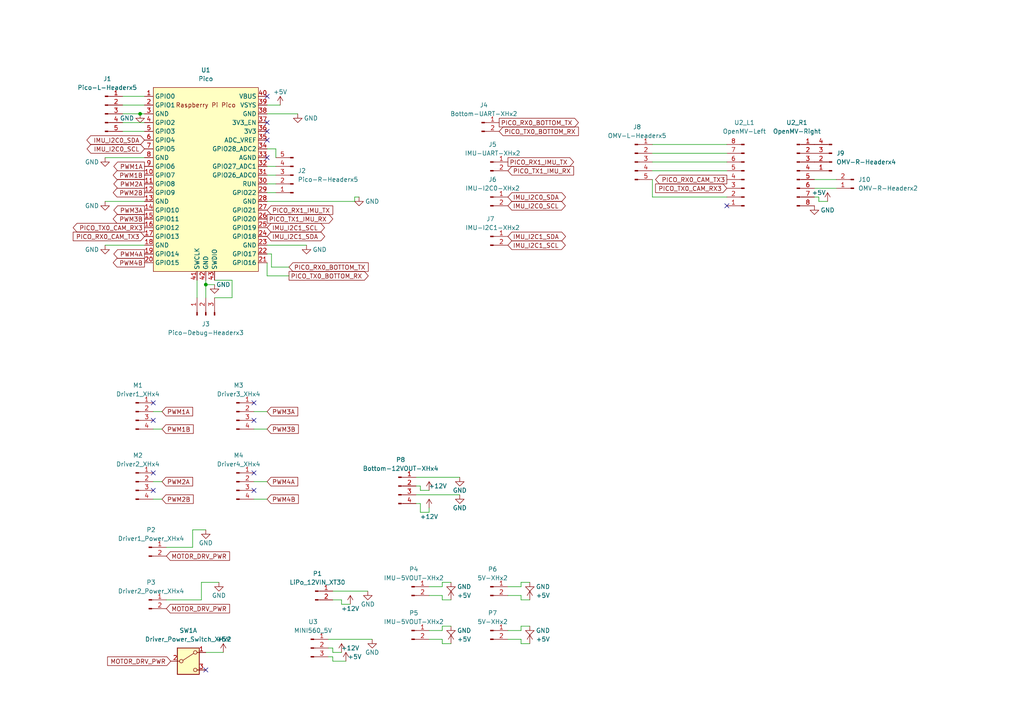
<source format=kicad_sch>
(kicad_sch (version 20230121) (generator eeschema)
  (paper "A4")
  (lib_symbols
    (symbol "Connector:Conn_01x02_Pin" (pin_names (offset 1.016) hide)
      (property "Reference" "J" (at 0 2.54 0))
      (property "Value" "Conn_01x02_Pin" (at 0 -5.08 0))
      (symbol "Conn_01x02_Pin_1_1"
        (polyline (pts (xy 1.27 -2.54) (xy 0.8636 -2.54)) (stroke (width 0.1524)))
        (polyline (pts (xy 1.27 0) (xy 0.8636 0)) (stroke (width 0.1524)))
        (rectangle (start 0.8636 -2.413) (end 0 -2.667) (stroke (width 0.1524)) (fill (type outline)))
        (rectangle (start 0.8636 0.127) (end 0 -0.127) (stroke (width 0.1524)) (fill (type outline)))
        (pin passive line (at 5.08 0 180) (length 3.81) (name "Pin_1") (number "1"))
        (pin passive line (at 5.08 -2.54 180) (length 3.81) (name "Pin_2") (number "2"))
      )
    )
    (symbol "Connector:Conn_01x03_Pin" (pin_names (offset 1.016) hide)
      (property "Reference" "J" (at 0 5.08 0))
      (property "Value" "Conn_01x03_Pin" (at 0 -5.08 0))
      (symbol "Conn_01x03_Pin_1_1"
        (polyline (pts (xy 1.27 -2.54) (xy 0.8636 -2.54)) (stroke (width 0.1524)))
        (polyline (pts (xy 1.27 0) (xy 0.8636 0)) (stroke (width 0.1524)))
        (polyline (pts (xy 1.27 2.54) (xy 0.8636 2.54)) (stroke (width 0.1524)))
        (rectangle (start 0.8636 -2.413) (end 0 -2.667) (stroke (width 0.1524)) (fill (type outline)))
        (rectangle (start 0.8636 0.127) (end 0 -0.127) (stroke (width 0.1524)) (fill (type outline)))
        (rectangle (start 0.8636 2.667) (end 0 2.413) (stroke (width 0.1524)) (fill (type outline)))
        (pin passive line (at 5.08 2.54 180) (length 3.81) (name "Pin_1") (number "1"))
        (pin passive line (at 5.08 0 180) (length 3.81) (name "Pin_2") (number "2"))
        (pin passive line (at 5.08 -2.54 180) (length 3.81) (name "Pin_3") (number "3"))
      )
    )
    (symbol "Connector:Conn_01x04_Pin" (pin_names (offset 1.016) hide)
      (property "Reference" "J" (at 0 5.08 0))
      (property "Value" "Conn_01x04_Pin" (at 0 -7.62 0))
      (symbol "Conn_01x04_Pin_1_1"
        (polyline (pts (xy 1.27 -5.08) (xy 0.8636 -5.08)) (stroke (width 0.1524)))
        (polyline (pts (xy 1.27 -2.54) (xy 0.8636 -2.54)) (stroke (width 0.1524)))
        (polyline (pts (xy 1.27 0) (xy 0.8636 0)) (stroke (width 0.1524)))
        (polyline (pts (xy 1.27 2.54) (xy 0.8636 2.54)) (stroke (width 0.1524)))
        (rectangle (start 0.8636 -4.953) (end 0 -5.207) (stroke (width 0.1524)) (fill (type outline)))
        (rectangle (start 0.8636 -2.413) (end 0 -2.667) (stroke (width 0.1524)) (fill (type outline)))
        (rectangle (start 0.8636 0.127) (end 0 -0.127) (stroke (width 0.1524)) (fill (type outline)))
        (rectangle (start 0.8636 2.667) (end 0 2.413) (stroke (width 0.1524)) (fill (type outline)))
        (pin passive line (at 5.08 2.54 180) (length 3.81) (name "Pin_1") (number "1"))
        (pin passive line (at 5.08 0 180) (length 3.81) (name "Pin_2") (number "2"))
        (pin passive line (at 5.08 -2.54 180) (length 3.81) (name "Pin_3") (number "3"))
        (pin passive line (at 5.08 -5.08 180) (length 3.81) (name "Pin_4") (number "4"))
      )
    )
    (symbol "Connector:Conn_01x05_Pin" (pin_names (offset 1.016) hide)
      (property "Reference" "J" (at 0 7.62 0))
      (property "Value" "Conn_01x05_Pin" (at 0 -7.62 0))
      (symbol "Conn_01x05_Pin_1_1"
        (polyline (pts (xy 1.27 -5.08) (xy 0.8636 -5.08)) (stroke (width 0.1524)))
        (polyline (pts (xy 1.27 -2.54) (xy 0.8636 -2.54)) (stroke (width 0.1524)))
        (polyline (pts (xy 1.27 0) (xy 0.8636 0)) (stroke (width 0.1524)))
        (polyline (pts (xy 1.27 2.54) (xy 0.8636 2.54)) (stroke (width 0.1524)))
        (polyline (pts (xy 1.27 5.08) (xy 0.8636 5.08)) (stroke (width 0.1524)))
        (rectangle (start 0.8636 -4.953) (end 0 -5.207) (stroke (width 0.1524)) (fill (type outline)))
        (rectangle (start 0.8636 -2.413) (end 0 -2.667) (stroke (width 0.1524)) (fill (type outline)))
        (rectangle (start 0.8636 0.127) (end 0 -0.127) (stroke (width 0.1524)) (fill (type outline)))
        (rectangle (start 0.8636 2.667) (end 0 2.413) (stroke (width 0.1524)) (fill (type outline)))
        (rectangle (start 0.8636 5.207) (end 0 4.953) (stroke (width 0.1524)) (fill (type outline)))
        (pin passive line (at 5.08 5.08 180) (length 3.81) (name "Pin_1") (number "1"))
        (pin passive line (at 5.08 2.54 180) (length 3.81) (name "Pin_2") (number "2"))
        (pin passive line (at 5.08 0 180) (length 3.81) (name "Pin_3") (number "3"))
        (pin passive line (at 5.08 -2.54 180) (length 3.81) (name "Pin_4") (number "4"))
        (pin passive line (at 5.08 -5.08 180) (length 3.81) (name "Pin_5") (number "5"))
      )
    )
    (symbol "Connector:Conn_01x08_Pin" (pin_names (offset 1.016) hide)
      (property "Reference" "J" (at 0 10.16 0))
      (property "Value" "Conn_01x08_Pin" (at 0 -12.7 0))
      (symbol "Conn_01x08_Pin_1_1"
        (polyline (pts (xy 1.27 -10.16) (xy 0.8636 -10.16)) (stroke (width 0.1524)))
        (polyline (pts (xy 1.27 -7.62) (xy 0.8636 -7.62)) (stroke (width 0.1524)))
        (polyline (pts (xy 1.27 -5.08) (xy 0.8636 -5.08)) (stroke (width 0.1524)))
        (polyline (pts (xy 1.27 -2.54) (xy 0.8636 -2.54)) (stroke (width 0.1524)))
        (polyline (pts (xy 1.27 0) (xy 0.8636 0)) (stroke (width 0.1524)))
        (polyline (pts (xy 1.27 2.54) (xy 0.8636 2.54)) (stroke (width 0.1524)))
        (polyline (pts (xy 1.27 5.08) (xy 0.8636 5.08)) (stroke (width 0.1524)))
        (polyline (pts (xy 1.27 7.62) (xy 0.8636 7.62)) (stroke (width 0.1524)))
        (rectangle (start 0.8636 -10.033) (end 0 -10.287) (stroke (width 0.1524)) (fill (type outline)))
        (rectangle (start 0.8636 -7.493) (end 0 -7.747) (stroke (width 0.1524)) (fill (type outline)))
        (rectangle (start 0.8636 -4.953) (end 0 -5.207) (stroke (width 0.1524)) (fill (type outline)))
        (rectangle (start 0.8636 -2.413) (end 0 -2.667) (stroke (width 0.1524)) (fill (type outline)))
        (rectangle (start 0.8636 0.127) (end 0 -0.127) (stroke (width 0.1524)) (fill (type outline)))
        (rectangle (start 0.8636 2.667) (end 0 2.413) (stroke (width 0.1524)) (fill (type outline)))
        (rectangle (start 0.8636 5.207) (end 0 4.953) (stroke (width 0.1524)) (fill (type outline)))
        (rectangle (start 0.8636 7.747) (end 0 7.493) (stroke (width 0.1524)) (fill (type outline)))
        (pin passive line (at 5.08 7.62 180) (length 3.81) (name "Pin_1") (number "1"))
        (pin passive line (at 5.08 5.08 180) (length 3.81) (name "Pin_2") (number "2"))
        (pin passive line (at 5.08 2.54 180) (length 3.81) (name "Pin_3") (number "3"))
        (pin passive line (at 5.08 0 180) (length 3.81) (name "Pin_4") (number "4"))
        (pin passive line (at 5.08 -2.54 180) (length 3.81) (name "Pin_5") (number "5"))
        (pin passive line (at 5.08 -5.08 180) (length 3.81) (name "Pin_6") (number "6"))
        (pin passive line (at 5.08 -7.62 180) (length 3.81) (name "Pin_7") (number "7"))
        (pin passive line (at 5.08 -10.16 180) (length 3.81) (name "Pin_8") (number "8"))
      )
    )
    (symbol "SW_DPDT_x2_1" (pin_names (offset 0) hide)
      (property "Reference" "SW" (at 0 5.08 0))
      (property "Value" "SW_DPDT_x2" (at 0 -5.08 0))
      (symbol "SW_DPDT_x2_1_0_0"
        (circle (center -2.032 0) (radius 0.508))
        (circle (center 2.032 -2.54) (radius 0.508))
      )
      (symbol "SW_DPDT_x2_1_0_1"
        (rectangle (start -3.175 3.81) (end 3.175 -3.81) (stroke (width 0.254)) (fill (type background)))
        (polyline (pts (xy -1.524 0.254) (xy 1.5748 2.286)))
        (circle (center 2.032 2.54) (radius 0.508))
      )
      (symbol "SW_DPDT_x2_1_1_1"
        (pin passive line (at 5.08 2.54 180) (length 2.54) (name "A") (number "1"))
        (pin passive line (at -5.08 0 0) (length 2.54) (name "B") (number "2"))
        (pin passive line (at 5.08 -2.54 180) (length 2.54) (name "C") (number "3"))
      )
      (symbol "SW_DPDT_x2_1_2_1"
        (pin passive line (at 5.08 2.54 180) (length 2.54) (name "A") (number "4"))
        (pin passive line (at -5.08 0 0) (length 2.54) (name "B") (number "5"))
        (pin passive line (at 5.08 -2.54 180) (length 2.54) (name "C") (number "6"))
      )
    )
    (symbol "Soccer:Pico"
      (property "Reference" "U" (at -13.97 27.94 0))
      (property "Value" "Pico" (at 0 19.05 0))
      (symbol "Pico_0_0"
        (text "Raspberry Pi Pico" (at 0 21.59 0) (effects (font (size 1.27 1.27))))
      )
      (symbol "Pico_0_1"
        (rectangle (start -15.24 26.67) (end 15.24 -26.67) (fill (type background)))
      )
      (symbol "Pico_1_1"
        (pin bidirectional line (at -17.78 24.13 0) (length 2.54) (name "GPIO0") (number "1"))
        (pin bidirectional line (at -17.78 1.27 0) (length 2.54) (name "GPIO7") (number "10"))
        (pin bidirectional line (at -17.78 -1.27 0) (length 2.54) (name "GPIO8") (number "11"))
        (pin bidirectional line (at -17.78 -3.81 0) (length 2.54) (name "GPIO9") (number "12"))
        (pin power_in line (at -17.78 -6.35 0) (length 2.54) (name "GND") (number "13"))
        (pin bidirectional line (at -17.78 -8.89 0) (length 2.54) (name "GPIO10") (number "14"))
        (pin bidirectional line (at -17.78 -11.43 0) (length 2.54) (name "GPIO11") (number "15"))
        (pin bidirectional line (at -17.78 -13.97 0) (length 2.54) (name "GPIO12") (number "16"))
        (pin bidirectional line (at -17.78 -16.51 0) (length 2.54) (name "GPIO13") (number "17"))
        (pin power_in line (at -17.78 -19.05 0) (length 2.54) (name "GND") (number "18"))
        (pin bidirectional line (at -17.78 -21.59 0) (length 2.54) (name "GPIO14") (number "19"))
        (pin bidirectional line (at -17.78 21.59 0) (length 2.54) (name "GPIO1") (number "2"))
        (pin bidirectional line (at -17.78 -24.13 0) (length 2.54) (name "GPIO15") (number "20"))
        (pin bidirectional line (at 17.78 -24.13 180) (length 2.54) (name "GPIO16") (number "21"))
        (pin bidirectional line (at 17.78 -21.59 180) (length 2.54) (name "GPIO17") (number "22"))
        (pin power_in line (at 17.78 -19.05 180) (length 2.54) (name "GND") (number "23"))
        (pin bidirectional line (at 17.78 -16.51 180) (length 2.54) (name "GPIO18") (number "24"))
        (pin bidirectional line (at 17.78 -13.97 180) (length 2.54) (name "GPIO19") (number "25"))
        (pin bidirectional line (at 17.78 -11.43 180) (length 2.54) (name "GPIO20") (number "26"))
        (pin bidirectional line (at 17.78 -8.89 180) (length 2.54) (name "GPIO21") (number "27"))
        (pin power_in line (at 17.78 -6.35 180) (length 2.54) (name "GND") (number "28"))
        (pin bidirectional line (at 17.78 -3.81 180) (length 2.54) (name "GPIO22") (number "29"))
        (pin power_in line (at -17.78 19.05 0) (length 2.54) (name "GND") (number "3"))
        (pin input line (at 17.78 -1.27 180) (length 2.54) (name "RUN") (number "30"))
        (pin bidirectional line (at 17.78 1.27 180) (length 2.54) (name "GPIO26_ADC0") (number "31"))
        (pin bidirectional line (at 17.78 3.81 180) (length 2.54) (name "GPIO27_ADC1") (number "32"))
        (pin power_in line (at 17.78 6.35 180) (length 2.54) (name "AGND") (number "33"))
        (pin bidirectional line (at 17.78 8.89 180) (length 2.54) (name "GPIO28_ADC2") (number "34"))
        (pin power_in line (at 17.78 11.43 180) (length 2.54) (name "ADC_VREF") (number "35"))
        (pin power_in line (at 17.78 13.97 180) (length 2.54) (name "3V3") (number "36"))
        (pin input line (at 17.78 16.51 180) (length 2.54) (name "3V3_EN") (number "37"))
        (pin bidirectional line (at 17.78 19.05 180) (length 2.54) (name "GND") (number "38"))
        (pin power_in line (at 17.78 21.59 180) (length 2.54) (name "VSYS") (number "39"))
        (pin bidirectional line (at -17.78 16.51 0) (length 2.54) (name "GPIO2") (number "4"))
        (pin power_in line (at 17.78 24.13 180) (length 2.54) (name "VBUS") (number "40"))
        (pin input line (at -2.54 -29.21 90) (length 2.54) (name "SWCLK") (number "41"))
        (pin power_in line (at 0 -29.21 90) (length 2.54) (name "GND") (number "42"))
        (pin bidirectional line (at 2.54 -29.21 90) (length 2.54) (name "SWDIO") (number "43"))
        (pin bidirectional line (at -17.78 13.97 0) (length 2.54) (name "GPIO3") (number "5"))
        (pin bidirectional line (at -17.78 11.43 0) (length 2.54) (name "GPIO4") (number "6"))
        (pin bidirectional line (at -17.78 8.89 0) (length 2.54) (name "GPIO5") (number "7"))
        (pin power_in line (at -17.78 6.35 0) (length 2.54) (name "GND") (number "8"))
        (pin bidirectional line (at -17.78 3.81 0) (length 2.54) (name "GPIO6") (number "9"))
      )
    )
    (symbol "power:+12V" (power) (pin_names (offset 0))
      (property "Value" "+12V" (at 0 3.556 0))
      (symbol "+12V_0_1"
        (polyline (pts (xy -0.762 1.27) (xy 0 2.54)))
        (polyline (pts (xy 0 0) (xy 0 2.54)))
        (polyline (pts (xy 0 2.54) (xy 0.762 1.27)))
      )
      (symbol "+12V_1_1"
        (pin power_in line (at 0 0 90) (length 0) hide (name "+12V") (number "1"))
      )
    )
    (symbol "power:+5V" (power) (pin_names (offset 0))
      (property "Value" "+5V" (at 0 3.556 0))
      (symbol "+5V_0_1"
        (polyline (pts (xy -0.762 1.27) (xy 0 2.54)))
        (polyline (pts (xy 0 0) (xy 0 2.54)))
        (polyline (pts (xy 0 2.54) (xy 0.762 1.27)))
      )
      (symbol "+5V_1_1"
        (pin power_in line (at 0 0 90) (length 0) hide (name "+5V") (number "1"))
      )
    )
    (symbol "power:GND" (power) (pin_names (offset 0))
      (property "Value" "GND" (at 0 -3.81 0))
      (symbol "GND_0_1"
        (polyline (pts (xy 0 0) (xy 0 -1.27) (xy 1.27 -1.27) (xy 0 -2.54) (xy -1.27 -1.27) (xy 0 -1.27)))
      )
      (symbol "GND_1_1"
        (pin power_in line (at 0 0 270) (length 0) hide (name "GND") (number "1"))
      )
    )
  )
  (junction (at 59.69 82.55))
  (junction (at 40.64 33.02))
  (no_connect (at 77.47 38.1))
  (no_connect (at 44.45 137.16))
  (no_connect (at 73.66 116.84))
  (no_connect (at 44.45 142.24))
  (no_connect (at 77.47 40.64))
  (no_connect (at 73.66 142.24))
  (no_connect (at 73.66 137.16))
  (no_connect (at 73.66 121.92))
  (no_connect (at 77.47 45.72))
  (no_connect (at 77.47 35.56))
  (no_connect (at 77.47 27.94))
  (no_connect (at 210.82 59.69))
  (no_connect (at 59.69 194.31))
  (no_connect (at 44.45 121.92))
  (no_connect (at 44.45 116.84))
  (wire (pts (xy 237.49 58.42) (xy 237.49 57.15)))
  (wire (pts (xy 96.52 189.23) (xy 99.06 189.23)))
  (wire (pts (xy 55.88 153.67) (xy 59.69 153.67)))
  (wire (pts (xy 73.66 139.7) (xy 77.47 139.7)))
  (wire (pts (xy 151.13 173.99) (xy 151.13 172.72)))
  (wire (pts (xy 128.27 173.99) (xy 128.27 172.72)))
  (wire (pts (xy 147.32 182.88) (xy 151.13 182.88)))
  (wire (pts (xy 189.23 46.99) (xy 210.82 46.99)))
  (wire (pts (xy 77.47 80.01) (xy 77.47 76.2)))
  (wire (pts (xy 121.92 142.24) (xy 124.46 142.24)))
  (wire (pts (xy 77.47 33.02) (xy 86.36 33.02)))
  (wire (pts (xy 30.48 45.72) (xy 41.91 45.72)))
  (wire (pts (xy 128.27 186.69) (xy 128.27 185.42)))
  (wire (pts (xy 95.25 185.42) (xy 107.95 185.42)))
  (wire (pts (xy 77.47 53.34) (xy 80.01 53.34)))
  (wire (pts (xy 95.25 187.96) (xy 96.52 187.96)))
  (wire (pts (xy 240.03 58.42) (xy 237.49 58.42)))
  (wire (pts (xy 151.13 168.91) (xy 153.67 168.91)))
  (wire (pts (xy 67.31 86.36) (xy 67.31 81.28)))
  (wire (pts (xy 121.92 148.59) (xy 124.46 148.59)))
  (wire (pts (xy 78.74 77.47) (xy 78.74 73.66)))
  (wire (pts (xy 80.01 43.18) (xy 80.01 45.72)))
  (wire (pts (xy 153.67 186.69) (xy 151.13 186.69)))
  (wire (pts (xy 120.65 146.05) (xy 121.92 146.05)))
  (wire (pts (xy 128.27 172.72) (xy 124.46 172.72)))
  (wire (pts (xy 120.65 140.97) (xy 121.92 140.97)))
  (wire (pts (xy 99.06 173.99) (xy 99.06 175.26)))
  (wire (pts (xy 35.56 38.1) (xy 41.91 38.1)))
  (wire (pts (xy 128.27 181.61) (xy 130.81 181.61)))
  (wire (pts (xy 124.46 170.18) (xy 128.27 170.18)))
  (wire (pts (xy 147.32 170.18) (xy 151.13 170.18)))
  (wire (pts (xy 153.67 173.99) (xy 151.13 173.99)))
  (wire (pts (xy 59.69 86.36) (xy 59.69 82.55)))
  (wire (pts (xy 57.15 86.36) (xy 57.15 81.28)))
  (wire (pts (xy 151.13 172.72) (xy 147.32 172.72)))
  (wire (pts (xy 35.56 35.56) (xy 41.91 35.56)))
  (wire (pts (xy 189.23 41.91) (xy 210.82 41.91)))
  (wire (pts (xy 99.06 175.26) (xy 101.6 175.26)))
  (wire (pts (xy 77.47 55.88) (xy 80.01 55.88)))
  (wire (pts (xy 73.66 144.78) (xy 77.47 144.78)))
  (wire (pts (xy 77.47 71.12) (xy 88.9 71.12)))
  (wire (pts (xy 242.57 52.07) (xy 236.22 52.07)))
  (wire (pts (xy 189.23 52.07) (xy 189.23 57.15)))
  (wire (pts (xy 102.87 57.15) (xy 104.14 57.15)))
  (wire (pts (xy 58.42 168.91) (xy 63.5 168.91)))
  (wire (pts (xy 130.81 186.69) (xy 128.27 186.69)))
  (wire (pts (xy 151.13 181.61) (xy 153.67 181.61)))
  (wire (pts (xy 189.23 57.15) (xy 210.82 57.15)))
  (wire (pts (xy 83.82 80.01) (xy 77.47 80.01)))
  (wire (pts (xy 128.27 185.42) (xy 124.46 185.42)))
  (wire (pts (xy 35.56 27.94) (xy 41.91 27.94)))
  (wire (pts (xy 44.45 119.38) (xy 46.99 119.38)))
  (wire (pts (xy 96.52 173.99) (xy 99.06 173.99)))
  (wire (pts (xy 35.56 30.48) (xy 41.91 30.48)))
  (wire (pts (xy 151.13 182.88) (xy 151.13 181.61)))
  (wire (pts (xy 189.23 44.45) (xy 210.82 44.45)))
  (wire (pts (xy 55.88 158.75) (xy 48.26 158.75)))
  (wire (pts (xy 44.45 139.7) (xy 46.99 139.7)))
  (wire (pts (xy 128.27 182.88) (xy 128.27 181.61)))
  (wire (pts (xy 124.46 148.59) (xy 124.46 147.32)))
  (wire (pts (xy 73.66 124.46) (xy 77.47 124.46)))
  (wire (pts (xy 128.27 170.18) (xy 128.27 168.91)))
  (wire (pts (xy 83.82 77.47) (xy 78.74 77.47)))
  (wire (pts (xy 64.77 189.23) (xy 59.69 189.23)))
  (wire (pts (xy 58.42 173.99) (xy 48.26 173.99)))
  (wire (pts (xy 128.27 168.91) (xy 130.81 168.91)))
  (wire (pts (xy 67.31 86.36) (xy 62.23 86.36)))
  (wire (pts (xy 102.87 58.42) (xy 77.47 58.42)))
  (wire (pts (xy 58.42 168.91) (xy 58.42 173.99)))
  (wire (pts (xy 30.48 58.42) (xy 41.91 58.42)))
  (wire (pts (xy 121.92 146.05) (xy 121.92 148.59)))
  (wire (pts (xy 59.69 82.55) (xy 62.23 82.55)))
  (wire (pts (xy 77.47 30.48) (xy 81.28 30.48)))
  (wire (pts (xy 130.81 173.99) (xy 128.27 173.99)))
  (wire (pts (xy 59.69 82.55) (xy 59.69 81.28)))
  (wire (pts (xy 189.23 49.53) (xy 210.82 49.53)))
  (wire (pts (xy 96.52 171.45) (xy 106.68 171.45)))
  (wire (pts (xy 30.48 71.12) (xy 41.91 71.12)))
  (wire (pts (xy 67.31 81.28) (xy 62.23 81.28)))
  (wire (pts (xy 55.88 153.67) (xy 55.88 158.75)))
  (wire (pts (xy 78.74 73.66) (xy 77.47 73.66)))
  (wire (pts (xy 237.49 57.15) (xy 236.22 57.15)))
  (wire (pts (xy 124.46 182.88) (xy 128.27 182.88)))
  (wire (pts (xy 151.13 186.69) (xy 151.13 185.42)))
  (wire (pts (xy 35.56 33.02) (xy 40.64 33.02)))
  (wire (pts (xy 242.57 54.61) (xy 236.22 54.61)))
  (wire (pts (xy 96.52 190.5) (xy 96.52 191.77)))
  (wire (pts (xy 121.92 140.97) (xy 121.92 142.24)))
  (wire (pts (xy 40.64 33.02) (xy 41.91 33.02)))
  (wire (pts (xy 73.66 119.38) (xy 77.47 119.38)))
  (wire (pts (xy 80.01 43.18) (xy 77.47 43.18)))
  (wire (pts (xy 102.87 57.15) (xy 102.87 58.42)))
  (wire (pts (xy 96.52 191.77) (xy 100.33 191.77)))
  (wire (pts (xy 95.25 190.5) (xy 96.52 190.5)))
  (wire (pts (xy 44.45 124.46) (xy 46.99 124.46)))
  (wire (pts (xy 120.65 138.43) (xy 133.35 138.43)))
  (wire (pts (xy 96.52 187.96) (xy 96.52 189.23)))
  (wire (pts (xy 44.45 144.78) (xy 46.99 144.78)))
  (wire (pts (xy 80.01 50.8) (xy 77.47 50.8)))
  (wire (pts (xy 151.13 170.18) (xy 151.13 168.91)))
  (wire (pts (xy 151.13 185.42) (xy 147.32 185.42)))
  (wire (pts (xy 120.65 143.51) (xy 133.35 143.51)))
  (wire (pts (xy 80.01 48.26) (xy 77.47 48.26)))
  (global_label "IMU_I2C1_SCL" (shape bidirectional) (at 77.47 66.04 0) (property "Intersheetrefs" "${INTERSHEET_REFS}" (effects hide)))
  (global_label "PICO_RX0_CAM_TX3" (shape output) (at 210.82 52.07 180) (property "Intersheetrefs" "${INTERSHEET_REFS}" (effects hide)))
  (global_label "PWM1B" (shape output) (at 41.91 50.8 180) (property "Intersheetrefs" "${INTERSHEET_REFS}" (effects hide)))
  (global_label "PWM3A" (shape input) (at 77.47 119.38 0) (property "Intersheetrefs" "${INTERSHEET_REFS}" (effects hide)))
  (global_label "PICO_RX0_CAM_TX3" (shape input) (at 41.91 68.58 180) (property "Intersheetrefs" "${INTERSHEET_REFS}" (effects hide)))
  (global_label "PICO_TX0_BOTTOM_RX" (shape output) (at 83.82 80.01 0) (property "Intersheetrefs" "${INTERSHEET_REFS}" (effects hide)))
  (global_label "IMU_I2C0_SDA" (shape bidirectional) (at 41.91 40.64 180) (property "Intersheetrefs" "${INTERSHEET_REFS}" (effects hide)))
  (global_label "PWM2A" (shape output) (at 41.91 53.34 180) (property "Intersheetrefs" "${INTERSHEET_REFS}" (effects hide)))
  (global_label "PICO_RX0_BOTTOM_TX" (shape output) (at 144.78 35.56 0) (property "Intersheetrefs" "${INTERSHEET_REFS}" (effects hide)))
  (global_label "PWM4A" (shape input) (at 77.47 139.7 0) (property "Intersheetrefs" "${INTERSHEET_REFS}" (effects hide)))
  (global_label "PWM1A" (shape input) (at 46.99 119.38 0) (property "Intersheetrefs" "${INTERSHEET_REFS}" (effects hide)))
  (global_label "MOTOR_DRV_PWR" (shape input) (at 48.26 176.53 0) (property "Intersheetrefs" "${INTERSHEET_REFS}" (effects hide)))
  (global_label "PWM1B" (shape input) (at 46.99 124.46 0) (property "Intersheetrefs" "${INTERSHEET_REFS}" (effects hide)))
  (global_label "PICO_RX0_BOTTOM_TX" (shape input) (at 83.82 77.47 0) (property "Intersheetrefs" "${INTERSHEET_REFS}" (effects hide)))
  (global_label "PICO_TX1_IMU_RX" (shape input) (at 147.32 49.53 0) (property "Intersheetrefs" "${INTERSHEET_REFS}" (effects hide)))
  (global_label "PWM3B" (shape input) (at 77.47 124.46 0) (property "Intersheetrefs" "${INTERSHEET_REFS}" (effects hide)))
  (global_label "PWM1A" (shape output) (at 41.91 48.26 180) (property "Intersheetrefs" "${INTERSHEET_REFS}" (effects hide)))
  (global_label "IMU_I2C0_SCL" (shape bidirectional) (at 41.91 43.18 180) (property "Intersheetrefs" "${INTERSHEET_REFS}" (effects hide)))
  (global_label "PWM4B" (shape output) (at 41.91 76.2 180) (property "Intersheetrefs" "${INTERSHEET_REFS}" (effects hide)))
  (global_label "PICO_TX0_CAM_RX3" (shape output) (at 41.91 66.04 180) (property "Intersheetrefs" "${INTERSHEET_REFS}" (effects hide)))
  (global_label "PWM3B" (shape output) (at 41.91 63.5 180) (property "Intersheetrefs" "${INTERSHEET_REFS}" (effects hide)))
  (global_label "PICO_TX0_CAM_RX3" (shape input) (at 210.82 54.61 180) (property "Intersheetrefs" "${INTERSHEET_REFS}" (effects hide)))
  (global_label "IMU_I2C0_SCL" (shape bidirectional) (at 147.32 59.69 0) (property "Intersheetrefs" "${INTERSHEET_REFS}" (effects hide)))
  (global_label "PICO_TX0_BOTTOM_RX" (shape input) (at 144.78 38.1 0) (property "Intersheetrefs" "${INTERSHEET_REFS}" (effects hide)))
  (global_label "PWM2B" (shape output) (at 41.91 55.88 180) (property "Intersheetrefs" "${INTERSHEET_REFS}" (effects hide)))
  (global_label "MOTOR_DRV_PWR" (shape input) (at 49.53 191.77 180) (property "Intersheetrefs" "${INTERSHEET_REFS}" (effects hide)))
  (global_label "PWM4A" (shape output) (at 41.91 73.66 180) (property "Intersheetrefs" "${INTERSHEET_REFS}" (effects hide)))
  (global_label "PWM2A" (shape input) (at 46.99 139.7 0) (property "Intersheetrefs" "${INTERSHEET_REFS}" (effects hide)))
  (global_label "IMU_I2C0_SDA" (shape bidirectional) (at 147.32 57.15 0) (property "Intersheetrefs" "${INTERSHEET_REFS}" (effects hide)))
  (global_label "PWM2B" (shape input) (at 46.99 144.78 0) (property "Intersheetrefs" "${INTERSHEET_REFS}" (effects hide)))
  (global_label "IMU_I2C1_SCL" (shape bidirectional) (at 147.32 71.12 0) (property "Intersheetrefs" "${INTERSHEET_REFS}" (effects hide)))
  (global_label "IMU_I2C1_SDA" (shape bidirectional) (at 77.47 68.58 0) (property "Intersheetrefs" "${INTERSHEET_REFS}" (effects hide)))
  (global_label "PWM4B" (shape input) (at 77.47 144.78 0) (property "Intersheetrefs" "${INTERSHEET_REFS}" (effects hide)))
  (global_label "PICO_RX1_IMU_TX" (shape output) (at 147.32 46.99 0) (property "Intersheetrefs" "${INTERSHEET_REFS}" (effects hide)))
  (global_label "PICO_TX1_IMU_RX" (shape output) (at 77.47 63.5 0) (property "Intersheetrefs" "${INTERSHEET_REFS}" (effects hide)))
  (global_label "PWM3A" (shape output) (at 41.91 60.96 180) (property "Intersheetrefs" "${INTERSHEET_REFS}" (effects hide)))
  (global_label "MOTOR_DRV_PWR" (shape input) (at 48.26 161.29 0) (property "Intersheetrefs" "${INTERSHEET_REFS}" (effects hide)))
  (global_label "IMU_I2C1_SDA" (shape bidirectional) (at 147.32 68.58 0) (property "Intersheetrefs" "${INTERSHEET_REFS}" (effects hide)))
  (global_label "PICO_RX1_IMU_TX" (shape input) (at 77.47 60.96 0) (property "Intersheetrefs" "${INTERSHEET_REFS}" (effects hide)))
  (symbol (lib_id "power:GND") (at 107.95 185.42 0) (unit 1)
    (property "Reference" "#PWR09" (effects hide))
    (property "Value" "GND" (at 107.95 189.23 0))
  )
  (symbol (lib_id "power:+12V") (at 99.06 189.23 0) (unit 1)
    (property "Reference" "#PWR05" (effects hide))
    (property "Value" "+12V" (at 101.6 187.96 0))
  )
  (symbol (lib_id "power:GND") (at 63.5 168.91 0) (unit 1)
    (property "Reference" "#PWR028" (effects hide))
    (property "Value" "GND" (at 63.5 172.72 0))
  )
  (symbol (lib_id "Connector:Conn_01x04_Pin") (at 115.57 140.97 0) (unit 1)
    (property "Reference" "P8" (at 116.205 133.35 0))
    (property "Value" "Bottom-12VOUT-XHx4" (at 116.205 135.89 0))
    (property "Footprint" "Connector_JST:JST_XH_B4B-XH-A_1x04_P2.50mm_Vertical" (effects hide))
  )
  (symbol (lib_id "power:GND") (at 133.35 143.51 0) (unit 1)
    (property "Reference" "#PWR02" (effects hide))
    (property "Value" "GND" (at 133.35 147.32 0))
  )
  (symbol (lib_id "power:+5V") (at 100.33 191.77 0) (unit 1)
    (property "Reference" "#PWR06" (effects hide))
    (property "Value" "+5V" (at 102.87 190.5 0))
  )
  (symbol (lib_id "Connector:Conn_01x02_Pin") (at 142.24 57.15 0) (unit 1)
    (property "Reference" "J6" (at 142.875 52.07 0))
    (property "Value" "IMU-I2C0-XHx2" (at 142.875 54.61 0))
    (property "Footprint" "Connector_JST:JST_XH_B2B-XH-A_1x02_P2.50mm_Vertical" (effects hide))
  )
  (symbol (lib_id "Connector:Conn_01x04_Pin") (at 39.37 139.7 0) (unit 1)
    (property "Reference" "M2" (at 40.005 132.08 0))
    (property "Value" "Driver2_XHx4" (at 40.005 134.62 0))
    (property "Footprint" "Connector_JST:JST_XH_B4B-XH-A_1x04_P2.50mm_Vertical" (effects hide))
  )
  (symbol (lib_id "power:GND") (at 104.14 57.15 0) (unit 1)
    (property "Reference" "#PWR024" (effects hide))
    (property "Value" "GND" (at 107.95 58.42 0))
  )
  (symbol (lib_id "power:GND") (at 62.23 82.55 0) (unit 1)
    (property "Reference" "#PWR031" (effects hide))
    (property "Value" "GND" (at 64.77 82.55 0))
  )
  (symbol (lib_id "Connector:Conn_01x04_Pin") (at 39.37 119.38 0) (unit 1)
    (property "Reference" "M1" (at 40.005 111.76 0))
    (property "Value" "Driver1_XHx4" (at 40.005 114.3 0))
    (property "Footprint" "Connector_JST:JST_XH_B4B-XH-A_1x04_P2.50mm_Vertical" (effects hide))
  )
  (symbol (lib_id "Connector:Conn_01x02_Pin") (at 142.24 46.99 0) (unit 1)
    (property "Reference" "J5" (at 142.875 41.91 0))
    (property "Value" "IMU-UART-XHx2" (at 142.875 44.45 0))
    (property "Footprint" "Connector_JST:JST_XH_B2B-XH-A_1x02_P2.50mm_Vertical" (effects hide))
  )
  (symbol (lib_id "Connector:Conn_01x04_Pin") (at 68.58 139.7 0) (unit 1)
    (property "Reference" "M4" (at 69.215 132.08 0))
    (property "Value" "Driver4_XHx4" (at 69.215 134.62 0))
    (property "Footprint" "Connector_JST:JST_XH_B4B-XH-A_1x04_P2.50mm_Vertical" (effects hide))
  )
  (symbol (lib_id "power:+12V") (at 124.46 147.32 0) (unit 1)
    (property "Reference" "#PWR04" (effects hide))
    (property "Value" "+12V" (at 124.46 149.86 0))
  )
  (symbol (lib_id "power:GND") (at 153.67 181.61 0) (unit 1)
    (property "Reference" "#PWR013" (effects hide))
    (property "Value" "GND" (at 157.48 182.88 0))
  )
  (symbol (lib_id "power:GND") (at 59.69 153.67 0) (unit 1)
    (property "Reference" "#PWR020" (effects hide))
    (property "Value" "GND" (at 59.69 157.48 0))
  )
  (symbol (lib_id "Connector:Conn_01x02_Pin") (at 43.18 158.75 0) (unit 1)
    (property "Reference" "P2" (at 43.815 153.67 0))
    (property "Value" "Driver1_Power_XHx4" (at 43.815 156.21 0))
    (property "Footprint" "Connector_JST:JST_XH_B2B-XH-A_1x02_P2.50mm_Vertical" (effects hide))
  )
  (symbol (lib_name "SW_DPDT_x2_1") (lib_id "Switch:SW_DPDT_x2") (at 54.61 191.77 0) (unit 1)
    (property "Reference" "SW1" (at 54.61 182.88 0))
    (property "Value" "Driver_Power_Switch_XHx2" (at 54.61 185.42 0))
    (property "Footprint" "Connector_JST:JST_XH_B2B-XH-A_1x02_P2.50mm_Vertical" (effects hide))
  )
  (symbol (lib_id "power:GND") (at 88.9 71.12 0) (unit 1)
    (property "Reference" "#PWR023" (effects hide))
    (property "Value" "GND" (at 92.71 72.39 0))
  )
  (symbol (lib_id "power:+5V") (at 153.67 173.99 0) (unit 1)
    (property "Reference" "#PWR012" (effects hide))
    (property "Value" "+5V" (at 157.48 172.72 0))
  )
  (symbol (lib_id "Connector:Conn_01x02_Pin") (at 91.44 171.45 0) (unit 1)
    (property "Reference" "P1" (at 92.075 166.37 0))
    (property "Value" "LiPo_12VIN_XT30" (at 92.075 168.91 0))
    (property "Footprint" "Connector_AMASS:AMASS_XT30PW-F_1x02_P2.50mm_Horizontal" (effects hide))
  )
  (symbol (lib_id "Connector:Conn_01x08_Pin") (at 231.14 49.53 0) (unit 1)
    (property "Reference" "U2_R1" (at 231.14 35.56 0))
    (property "Value" "OpenMV-Right" (at 231.14 38.1 0))
    (property "Footprint" "Connector_PinHeader_2.54mm:PinHeader_1x08_P2.54mm_Vertical" (effects hide))
  )
  (symbol (lib_id "power:+5V") (at 153.67 186.69 0) (unit 1)
    (property "Reference" "#PWR014" (effects hide))
    (property "Value" "+5V" (at 157.48 185.42 0))
  )
  (symbol (lib_id "Connector:Conn_01x05_Pin") (at 30.48 33.02 0) (unit 1)
    (property "Reference" "J1" (at 31.115 22.86 0))
    (property "Value" "Pico-L-Headerx5" (at 31.115 25.4 0))
    (property "Footprint" "Connector_PinHeader_2.54mm:PinHeader_1x05_P2.54mm_Vertical" (effects hide))
  )
  (symbol (lib_id "power:+5V") (at 64.77 189.23 0) (unit 1)
    (property "Reference" "#PWR010" (effects hide))
    (property "Value" "+5V" (at 64.77 185.42 0))
  )
  (symbol (lib_id "Soccer:Pico") (at 59.69 52.07 0) (unit 1)
    (property "Reference" "U1" (at 59.69 20.32 0))
    (property "Value" "Pico" (at 59.69 22.86 0))
    (property "Footprint" "RCJ-Components:Raspberry_Pi_Pico_SMT_THT" (effects hide))
  )
  (symbol (lib_id "power:+5V") (at 130.81 173.99 0) (unit 1)
    (property "Reference" "#PWR032" (effects hide))
    (property "Value" "+5V" (at 134.62 172.72 0))
  )
  (symbol (lib_id "power:GND") (at 86.36 33.02 0) (unit 1)
    (property "Reference" "#PWR025" (effects hide))
    (property "Value" "GND" (at 90.17 34.29 0))
  )
  (symbol (lib_id "power:GND") (at 40.64 33.02 0) (unit 1)
    (property "Reference" "#PWR017" (effects hide))
    (property "Value" "GND" (at 36.83 34.29 0))
  )
  (symbol (lib_id "Connector:Conn_01x04_Pin") (at 241.3 46.99 180) (unit 1)
    (property "Reference" "J9" (at 242.57 44.45 0) (effects (justify right)))
    (property "Value" "OMV-R-Headerx4" (at 242.57 46.99 0) (effects (justify right)))
    (property "Footprint" "Connector_PinSocket_2.54mm:PinSocket_1x04_P2.54mm_Vertical" (effects hide))
  )
  (symbol (lib_id "Connector:Conn_01x02_Pin") (at 43.18 173.99 0) (unit 1)
    (property "Reference" "P3" (at 43.815 168.91 0))
    (property "Value" "Driver2_Power_XHx4" (at 43.815 171.45 0))
    (property "Footprint" "Connector_JST:JST_XH_B2B-XH-A_1x02_P2.50mm_Vertical" (effects hide))
  )
  (symbol (lib_id "power:+12V") (at 124.46 142.24 0) (unit 1)
    (property "Reference" "#PWR03" (effects hide))
    (property "Value" "+12V" (at 127 140.97 0))
  )
  (symbol (lib_id "power:GND") (at 30.48 45.72 0) (unit 1)
    (property "Reference" "#PWR018" (effects hide))
    (property "Value" "GND" (at 26.67 46.99 0))
  )
  (symbol (lib_id "power:GND") (at 130.81 168.91 0) (unit 1)
    (property "Reference" "#PWR033" (effects hide))
    (property "Value" "GND" (at 134.62 170.18 0))
  )
  (symbol (lib_id "power:GND") (at 30.48 71.12 0) (unit 1)
    (property "Reference" "#PWR022" (effects hide))
    (property "Value" "GND" (at 26.67 72.39 0))
  )
  (symbol (lib_id "power:+12V") (at 101.6 175.26 0) (unit 1)
    (property "Reference" "#PWR07" (effects hide))
    (property "Value" "+12V" (at 101.6 176.53 0))
  )
  (symbol (lib_id "power:+5V") (at 240.03 58.42 0) (unit 1)
    (property "Reference" "#PWR027" (effects hide))
    (property "Value" "+5V" (at 237.49 55.88 0))
  )
  (symbol (lib_id "Connector:Conn_01x02_Pin") (at 119.38 182.88 0) (unit 1)
    (property "Reference" "P5" (at 120.015 177.8 0))
    (property "Value" "IMU-5VOUT-XHx2" (at 120.015 180.34 0))
    (property "Footprint" "Connector_JST:JST_XH_B2B-XH-A_1x02_P2.50mm_Vertical" (effects hide))
  )
  (symbol (lib_id "Connector:Conn_01x02_Pin") (at 119.38 170.18 0) (unit 1)
    (property "Reference" "P4" (at 120.015 165.1 0))
    (property "Value" "IMU-5VOUT-XHx2" (at 120.015 167.64 0))
    (property "Footprint" "Connector_JST:JST_XH_B2B-XH-A_1x02_P2.50mm_Vertical" (effects hide))
  )
  (symbol (lib_id "Connector:Conn_01x03_Pin") (at 59.69 91.44 90) (unit 1)
    (property "Reference" "J3" (at 59.69 93.98 90))
    (property "Value" "Pico-Debug-Headerx3" (at 59.69 96.52 90))
    (property "Footprint" "Connector_PinHeader_2.54mm:PinHeader_1x03_P2.54mm_Vertical" (effects hide))
  )
  (symbol (lib_id "power:GND") (at 153.67 168.91 0) (unit 1)
    (property "Reference" "#PWR011" (effects hide))
    (property "Value" "GND" (at 157.48 170.18 0))
  )
  (symbol (lib_id "Connector:Conn_01x02_Pin") (at 139.7 35.56 0) (unit 1)
    (property "Reference" "J4" (at 140.335 30.48 0))
    (property "Value" "Bottom-UART-XHx2" (at 140.335 33.02 0))
    (property "Footprint" "Connector_JST:JST_XH_B2B-XH-A_1x02_P2.50mm_Vertical" (effects hide))
  )
  (symbol (lib_id "Connector:Conn_01x05_Pin") (at 85.09 50.8 180) (unit 1)
    (property "Reference" "J2" (at 86.36 49.53 0) (effects (justify right)))
    (property "Value" "Pico-R-Headerx5" (at 86.36 52.07 0) (effects (justify right)))
    (property "Footprint" "Connector_PinHeader_2.54mm:PinHeader_1x05_P2.54mm_Vertical" (effects hide))
  )
  (symbol (lib_id "power:GND") (at 106.68 171.45 0) (unit 1)
    (property "Reference" "#PWR08" (effects hide))
    (property "Value" "GND" (at 106.68 175.26 0))
  )
  (symbol (lib_id "power:GND") (at 30.48 58.42 0) (unit 1)
    (property "Reference" "#PWR021" (effects hide))
    (property "Value" "GND" (at 26.67 59.69 0))
  )
  (symbol (lib_id "Connector:Conn_01x05_Pin") (at 184.15 46.99 0) (unit 1)
    (property "Reference" "J8" (at 184.785 36.83 0))
    (property "Value" "OMV-L-Headerx5" (at 184.785 39.37 0))
    (property "Footprint" "Connector_PinHeader_2.54mm:PinHeader_1x05_P2.54mm_Vertical" (effects hide))
  )
  (symbol (lib_id "Connector:Conn_01x02_Pin") (at 142.24 182.88 0) (unit 1)
    (property "Reference" "P7" (at 142.875 177.8 0))
    (property "Value" "5V-XHx2" (at 142.875 180.34 0))
    (property "Footprint" "Connector_JST:JST_XH_B2B-XH-A_1x02_P2.50mm_Vertical" (effects hide))
  )
  (symbol (lib_id "Connector:Conn_01x03_Pin") (at 90.17 187.96 0) (unit 1)
    (property "Reference" "U3" (at 90.805 180.34 0))
    (property "Value" "MINI560_5V" (at 90.805 182.88 0))
    (property "Footprint" "RCJ-Components:MINI560" (effects hide))
  )
  (symbol (lib_id "Connector:Conn_01x08_Pin") (at 215.9 52.07 180) (unit 1)
    (property "Reference" "U2_L1" (at 215.9 35.56 0))
    (property "Value" "OpenMV-Left" (at 215.9 38.1 0))
    (property "Footprint" "Connector_PinHeader_2.54mm:PinHeader_1x08_P2.54mm_Vertical" (effects hide))
  )
  (symbol (lib_id "power:GND") (at 130.81 181.61 0) (unit 1)
    (property "Reference" "#PWR015" (effects hide))
    (property "Value" "GND" (at 134.62 182.88 0))
  )
  (symbol (lib_id "Connector:Conn_01x02_Pin") (at 142.24 170.18 0) (unit 1)
    (property "Reference" "P6" (at 142.875 165.1 0))
    (property "Value" "5V-XHx2" (at 142.875 167.64 0))
    (property "Footprint" "Connector_JST:JST_XH_B2B-XH-A_1x02_P2.50mm_Vertical" (effects hide))
  )
  (symbol (lib_id "power:GND") (at 133.35 138.43 0) (unit 1)
    (property "Reference" "#PWR01" (effects hide))
    (property "Value" "GND" (at 133.35 142.24 0))
  )
  (symbol (lib_id "power:+5V") (at 81.28 30.48 0) (unit 1)
    (property "Reference" "#PWR026" (effects hide))
    (property "Value" "+5V" (at 81.28 26.67 0))
  )
  (symbol (lib_id "Connector:Conn_01x04_Pin") (at 68.58 119.38 0) (unit 1)
    (property "Reference" "M3" (at 69.215 111.76 0))
    (property "Value" "Driver3_XHx4" (at 69.215 114.3 0))
    (property "Footprint" "Connector_JST:JST_XH_B4B-XH-A_1x04_P2.50mm_Vertical" (effects hide))
  )
  (symbol (lib_id "Connector:Conn_01x02_Pin") (at 247.65 54.61 180) (unit 1)
    (property "Reference" "J10" (at 248.92 52.07 0) (effects (justify right)))
    (property "Value" "OMV-R-Headerx2" (at 248.92 54.61 0) (effects (justify right)))
    (property "Footprint" "Connector_PinHeader_2.54mm:PinHeader_1x02_P2.54mm_Vertical" (effects hide))
  )
  (symbol (lib_id "Connector:Conn_01x02_Pin") (at 142.24 68.58 0) (unit 1)
    (property "Reference" "J7" (at 142.24 63.5 0))
    (property "Value" "IMU-I2C1-XHx2" (at 142.875 66.04 0))
    (property "Footprint" "Connector_JST:JST_XH_B2B-XH-A_1x02_P2.50mm_Vertical" (effects hide))
  )
  (symbol (lib_id "power:+5V") (at 130.81 186.69 0) (unit 1)
    (property "Reference" "#PWR016" (effects hide))
    (property "Value" "+5V" (at 134.62 185.42 0))
  )
  (symbol (lib_id "power:GND") (at 236.22 59.69 0) (unit 1)
    (property "Reference" "#PWR019" (effects hide))
    (property "Value" "GND" (at 240.03 60.96 0))
  )
)
</source>
